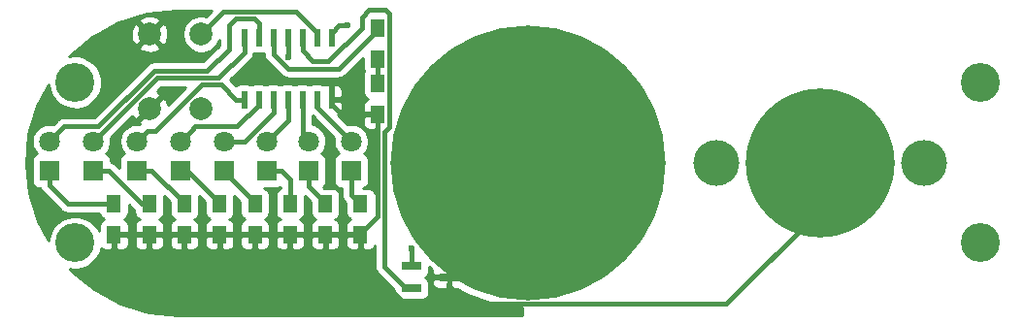
<source format=gbr>
G04 #@! TF.FileFunction,Copper,L1,Top,Signal*
%FSLAX46Y46*%
G04 Gerber Fmt 4.6, Leading zero omitted, Abs format (unit mm)*
G04 Created by KiCad (PCBNEW 4.0.7-e2-6376~58~ubuntu16.04.1) date Tue Dec 26 20:47:44 2017*
%MOMM*%
%LPD*%
G01*
G04 APERTURE LIST*
%ADD10C,0.100000*%
%ADD11C,24.000000*%
%ADD12C,3.400000*%
%ADD13R,1.800000X1.800000*%
%ADD14C,1.800000*%
%ADD15R,1.300000X1.500000*%
%ADD16C,2.000000*%
%ADD17R,0.600000X1.500000*%
%ADD18R,1.800000X0.800000*%
%ADD19C,13.000000*%
%ADD20C,4.000000*%
%ADD21C,0.600000*%
%ADD22C,0.400000*%
%ADD23C,0.254000*%
G04 APERTURE END LIST*
D10*
D11*
X144500000Y-114000000D03*
D12*
X184000000Y-107000000D03*
X105000000Y-107000000D03*
X184000000Y-121000000D03*
D13*
X129100000Y-114700000D03*
D14*
X129100000Y-112160000D03*
D13*
X125400000Y-114700000D03*
D14*
X125400000Y-112160000D03*
D13*
X121700000Y-114700000D03*
D14*
X121700000Y-112160000D03*
D13*
X118000000Y-114700000D03*
D14*
X118000000Y-112160000D03*
D13*
X114200000Y-114700000D03*
D14*
X114200000Y-112160000D03*
D13*
X110400000Y-114700000D03*
D14*
X110400000Y-112160000D03*
D13*
X106600000Y-114700000D03*
D14*
X106600000Y-112160000D03*
D13*
X102760000Y-114700000D03*
D14*
X102760000Y-112160000D03*
D15*
X131400000Y-105000000D03*
X131400000Y-102300000D03*
X129899996Y-117600000D03*
X129899996Y-120300000D03*
X126828568Y-117600000D03*
X126828568Y-120300000D03*
X123757140Y-117600000D03*
X123757140Y-120300000D03*
X120685712Y-117600000D03*
X120685712Y-120300000D03*
X117614284Y-117600000D03*
X117614284Y-120300000D03*
X114542856Y-117600000D03*
X114542856Y-120300000D03*
X111471428Y-117600000D03*
X111471428Y-120300000D03*
X108400000Y-117600000D03*
X108400000Y-120300000D03*
X131400000Y-107100000D03*
X131400000Y-109800000D03*
D16*
X111500000Y-102800000D03*
X116000000Y-102800000D03*
X111500000Y-109300000D03*
X116000000Y-109300000D03*
D17*
X127390000Y-103100000D03*
X126120000Y-103100000D03*
X124850000Y-103100000D03*
X123580000Y-103100000D03*
X122310000Y-103100000D03*
X121040000Y-103100000D03*
X119770000Y-103100000D03*
X119770000Y-108500000D03*
X121040000Y-108500000D03*
X122310000Y-108500000D03*
X123580000Y-108500000D03*
X124850000Y-108500000D03*
X126120000Y-108500000D03*
X127390000Y-108500000D03*
D18*
X134350000Y-123050000D03*
X134350000Y-124950000D03*
X137650000Y-124000000D03*
D12*
X105000000Y-121000000D03*
D19*
X170000000Y-114000000D03*
D20*
X160900000Y-114000000D03*
X179100000Y-114000000D03*
D21*
X108712000Y-124079000D03*
X130100000Y-122720002D03*
X127400000Y-107150000D03*
X134350000Y-121500000D03*
X128750000Y-102000000D03*
X123580000Y-104780000D03*
D22*
X139200000Y-126350000D02*
X161813000Y-126350000D01*
X161813000Y-126350000D02*
X170000000Y-118163000D01*
X170000000Y-118163000D02*
X170000000Y-114000000D01*
X130100000Y-122720002D02*
X110070998Y-122720002D01*
X110070998Y-122720002D02*
X108712000Y-124079000D01*
X131400000Y-109800000D02*
X131400000Y-118699996D01*
X131400000Y-118699996D02*
X129899996Y-120200000D01*
X129899996Y-120200000D02*
X129899996Y-120300000D01*
X130100000Y-122720002D02*
X133729998Y-126350000D01*
X129899996Y-122519998D02*
X130100000Y-122720002D01*
X129899996Y-120300000D02*
X129899996Y-122519998D01*
X133729998Y-126350000D02*
X139200000Y-126350000D01*
X137650000Y-124000000D02*
X137650000Y-124800000D01*
X137650000Y-124800000D02*
X139200000Y-126350000D01*
X131400000Y-109800000D02*
X128240000Y-109800000D01*
X128240000Y-109800000D02*
X127390000Y-108950000D01*
X127390000Y-108950000D02*
X127390000Y-108500000D01*
X127390000Y-108500000D02*
X127390000Y-107160000D01*
X127390000Y-107160000D02*
X127400000Y-107150000D01*
X131400000Y-109700000D02*
X131400000Y-109800000D01*
X137150000Y-124000000D02*
X137650000Y-124000000D01*
X126828568Y-120300000D02*
X129899996Y-120300000D01*
X123757140Y-120300000D02*
X126828568Y-120300000D01*
X120685712Y-120300000D02*
X123757140Y-120300000D01*
X117614284Y-120300000D02*
X120685712Y-120300000D01*
X114542856Y-120300000D02*
X117614284Y-120300000D01*
X111471428Y-120300000D02*
X114542856Y-120300000D01*
X108400000Y-120300000D02*
X111471428Y-120300000D01*
X134350000Y-121500000D02*
X134350000Y-123050000D01*
X128040000Y-102000000D02*
X128750000Y-102000000D01*
X127390000Y-103100000D02*
X127390000Y-102650000D01*
X127390000Y-102650000D02*
X128040000Y-102000000D01*
X123580000Y-108500000D02*
X123580000Y-110280000D01*
X123580000Y-110280000D02*
X121700000Y-112160000D01*
X122310000Y-108500000D02*
X122310000Y-109625998D01*
X122310000Y-109625998D02*
X119775998Y-112160000D01*
X119775998Y-112160000D02*
X119272792Y-112160000D01*
X119272792Y-112160000D02*
X118000000Y-112160000D01*
X124850000Y-108500000D02*
X124850000Y-111610000D01*
X124850000Y-111610000D02*
X125400000Y-112160000D01*
X124860000Y-111620000D02*
X125400000Y-112160000D01*
X123580000Y-103100000D02*
X123580000Y-104780000D01*
X129100000Y-114700000D02*
X129100000Y-116800004D01*
X129100000Y-116800004D02*
X129899996Y-117600000D01*
X126120000Y-108500000D02*
X126120000Y-109180000D01*
X126120000Y-109180000D02*
X126130000Y-109190000D01*
X126130000Y-109190000D02*
X129100000Y-112160000D01*
X125400000Y-114700000D02*
X125400000Y-116071432D01*
X125400000Y-116071432D02*
X126828568Y-117500000D01*
X126828568Y-117500000D02*
X126828568Y-117600000D01*
X121700000Y-114700000D02*
X123000000Y-114700000D01*
X123000000Y-114700000D02*
X123757140Y-115457140D01*
X123757140Y-115457140D02*
X123757140Y-116450000D01*
X123757140Y-116450000D02*
X123757140Y-117600000D01*
X118000000Y-114900000D02*
X118085712Y-114900000D01*
X118085712Y-114900000D02*
X120685712Y-117500000D01*
X120685712Y-117500000D02*
X120685712Y-117600000D01*
X118000000Y-114700000D02*
X118000000Y-114900000D01*
X114200000Y-114700000D02*
X114814284Y-114700000D01*
X114814284Y-114700000D02*
X117614284Y-117500000D01*
X117614284Y-117500000D02*
X117614284Y-117600000D01*
X121040000Y-108500000D02*
X121040000Y-108950000D01*
X121040000Y-108950000D02*
X119130001Y-110859999D01*
X119130001Y-110859999D02*
X115500001Y-110859999D01*
X115500001Y-110859999D02*
X115099999Y-111260001D01*
X115099999Y-111260001D02*
X114200000Y-112160000D01*
X110400000Y-114700000D02*
X111700000Y-114700000D01*
X111700000Y-114700000D02*
X114542856Y-117542856D01*
X114542856Y-117542856D02*
X114542856Y-117600000D01*
X119770000Y-108500000D02*
X119070000Y-108500000D01*
X119070000Y-108500000D02*
X117770000Y-107200000D01*
X117770000Y-107200000D02*
X116027998Y-107200000D01*
X116027998Y-107200000D02*
X111967997Y-111260001D01*
X111967997Y-111260001D02*
X111299999Y-111260001D01*
X111299999Y-111260001D02*
X110400000Y-112160000D01*
X106600000Y-114700000D02*
X107900000Y-114700000D01*
X107900000Y-114700000D02*
X110800000Y-117600000D01*
X110800000Y-117600000D02*
X111471428Y-117600000D01*
X106600000Y-112160000D02*
X112160010Y-106599990D01*
X112160010Y-106599990D02*
X117550010Y-106599990D01*
X117550010Y-106599990D02*
X119770000Y-104380000D01*
X119770000Y-104380000D02*
X119770000Y-103100000D01*
X102760000Y-114700000D02*
X102760000Y-116000000D01*
X102760000Y-116000000D02*
X104360000Y-117600000D01*
X104360000Y-117600000D02*
X107350000Y-117600000D01*
X107350000Y-117600000D02*
X108400000Y-117600000D01*
X102760000Y-112160000D02*
X104060001Y-110859999D01*
X111911477Y-105999981D02*
X116500020Y-105999980D01*
X120650000Y-101450000D02*
X121040000Y-101840000D01*
X104060001Y-110859999D02*
X107051459Y-110859999D01*
X107051459Y-110859999D02*
X111911477Y-105999981D01*
X116500020Y-105999980D02*
X118400000Y-104100000D01*
X119000000Y-101450000D02*
X120650000Y-101450000D01*
X118400000Y-104100000D02*
X118400000Y-102050000D01*
X118400000Y-102050000D02*
X119000000Y-101450000D01*
X121040000Y-101840000D02*
X121040000Y-103100000D01*
X121040000Y-102650000D02*
X121040000Y-103100000D01*
X131400000Y-105000000D02*
X131400000Y-107100000D01*
X131400000Y-102400000D02*
X128000000Y-105800000D01*
X131400000Y-102300000D02*
X131400000Y-102400000D01*
X128000000Y-105800000D02*
X123563998Y-105800000D01*
X123563998Y-105800000D02*
X122310000Y-104546002D01*
X122310000Y-104546002D02*
X122310000Y-104250000D01*
X122310000Y-104250000D02*
X122310000Y-103100000D01*
X122310000Y-103100000D02*
X122310000Y-103550000D01*
X116000000Y-102800000D02*
X117950010Y-100849990D01*
X124319990Y-100849990D02*
X126120000Y-102650000D01*
X117950010Y-100849990D02*
X124319990Y-100849990D01*
X126120000Y-102650000D02*
X126120000Y-103100000D01*
X130650000Y-100650000D02*
X132100000Y-100650000D01*
X134350000Y-124950000D02*
X133850000Y-124950000D01*
X133850000Y-124950000D02*
X132000010Y-123100010D01*
X132000010Y-123100010D02*
X132000010Y-111350000D01*
X132000010Y-111350000D02*
X132450001Y-110900009D01*
X132450001Y-110900009D02*
X132450001Y-101000001D01*
X132450001Y-101000001D02*
X132100000Y-100650000D01*
X127110002Y-105150000D02*
X130000000Y-102260002D01*
X130000000Y-102260002D02*
X130000000Y-101300000D01*
X124850000Y-103100000D02*
X124850000Y-104250000D01*
X124850000Y-104250000D02*
X125750000Y-105150000D01*
X125750000Y-105150000D02*
X127110002Y-105150000D01*
X130000000Y-101300000D02*
X130650000Y-100650000D01*
D23*
G36*
X127598741Y-111839609D02*
X127567186Y-111988067D01*
X127562983Y-112289067D01*
X127617324Y-112585150D01*
X127728140Y-112865040D01*
X127891210Y-113118075D01*
X127977611Y-113207546D01*
X127927366Y-113223106D01*
X127777441Y-113321900D01*
X127660975Y-113458550D01*
X127587190Y-113622237D01*
X127561928Y-113800000D01*
X127561928Y-115600000D01*
X127569992Y-115701121D01*
X127623106Y-115872634D01*
X127721900Y-116022559D01*
X127858550Y-116139025D01*
X128022237Y-116212810D01*
X128200000Y-116238072D01*
X128265000Y-116238072D01*
X128265000Y-116800004D01*
X128272525Y-116876751D01*
X128279249Y-116953604D01*
X128280473Y-116957818D01*
X128280902Y-116962190D01*
X128303212Y-117036085D01*
X128324715Y-117110096D01*
X128326734Y-117113990D01*
X128328004Y-117118198D01*
X128364223Y-117186315D01*
X128399710Y-117254778D01*
X128402451Y-117258211D01*
X128404511Y-117262086D01*
X128453269Y-117321870D01*
X128501380Y-117382137D01*
X128507400Y-117388242D01*
X128507508Y-117388374D01*
X128507631Y-117388475D01*
X128509566Y-117390438D01*
X128611924Y-117492796D01*
X128611924Y-118350000D01*
X128619988Y-118451121D01*
X128673102Y-118622634D01*
X128771896Y-118772559D01*
X128908546Y-118889025D01*
X129041600Y-118949002D01*
X128949211Y-118987270D01*
X128845207Y-119056763D01*
X128756759Y-119145211D01*
X128687266Y-119249215D01*
X128639399Y-119364777D01*
X128614996Y-119487458D01*
X128614996Y-120014250D01*
X128773746Y-120173000D01*
X129772996Y-120173000D01*
X129772996Y-120153000D01*
X130026996Y-120153000D01*
X130026996Y-120173000D01*
X130046996Y-120173000D01*
X130046996Y-120427000D01*
X130026996Y-120427000D01*
X130026996Y-121526250D01*
X130185746Y-121685000D01*
X130612538Y-121685000D01*
X130735219Y-121660597D01*
X130850781Y-121612730D01*
X130954785Y-121543237D01*
X131043233Y-121454789D01*
X131112726Y-121350785D01*
X131160593Y-121235223D01*
X131165010Y-121213017D01*
X131165010Y-123100010D01*
X131172535Y-123176757D01*
X131179259Y-123253610D01*
X131180483Y-123257824D01*
X131180912Y-123262196D01*
X131203222Y-123336091D01*
X131224725Y-123410102D01*
X131226744Y-123413996D01*
X131228014Y-123418204D01*
X131264233Y-123486321D01*
X131299720Y-123554784D01*
X131302461Y-123558217D01*
X131304521Y-123562092D01*
X131353279Y-123621876D01*
X131401390Y-123682143D01*
X131407410Y-123688248D01*
X131407518Y-123688380D01*
X131407641Y-123688481D01*
X131409576Y-123690444D01*
X132811928Y-125092796D01*
X132811928Y-125350000D01*
X132819992Y-125451121D01*
X132873106Y-125622634D01*
X132971900Y-125772559D01*
X133108550Y-125889025D01*
X133272237Y-125962810D01*
X133450000Y-125988072D01*
X135250000Y-125988072D01*
X135351121Y-125980008D01*
X135522634Y-125926894D01*
X135672559Y-125828100D01*
X135789025Y-125691450D01*
X135862810Y-125527763D01*
X135888072Y-125350000D01*
X135888072Y-124550000D01*
X135880008Y-124448879D01*
X135826894Y-124277366D01*
X135728100Y-124127441D01*
X135591450Y-124010975D01*
X135564932Y-123999021D01*
X135672559Y-123928100D01*
X135789025Y-123791450D01*
X135862810Y-123627763D01*
X135888072Y-123450000D01*
X135888072Y-123114866D01*
X136154992Y-123377142D01*
X136139403Y-123414777D01*
X136115000Y-123537458D01*
X136115000Y-123714250D01*
X136273750Y-123873000D01*
X136659628Y-123873000D01*
X136918124Y-124127000D01*
X136273750Y-124127000D01*
X136115000Y-124285750D01*
X136115000Y-124462542D01*
X136139403Y-124585223D01*
X136187270Y-124700785D01*
X136256763Y-124804789D01*
X136345211Y-124893237D01*
X136449215Y-124962730D01*
X136564777Y-125010597D01*
X136687458Y-125035000D01*
X137364250Y-125035000D01*
X137523000Y-124876250D01*
X137523000Y-124564590D01*
X137777000Y-124710069D01*
X137777000Y-124876250D01*
X137935750Y-125035000D01*
X138344320Y-125035000D01*
X139300239Y-125582501D01*
X141659785Y-126374369D01*
X144020194Y-126676823D01*
X144030901Y-127290000D01*
X114034720Y-127290000D01*
X111419290Y-127033555D01*
X108936873Y-126284068D01*
X106647311Y-125066687D01*
X104637811Y-123427778D01*
X104519969Y-123285332D01*
X104722189Y-123329793D01*
X105180006Y-123339383D01*
X105630966Y-123259866D01*
X106057893Y-123094272D01*
X106444525Y-122848908D01*
X106776136Y-122533119D01*
X107040094Y-122158935D01*
X107226346Y-121740607D01*
X107284892Y-121482918D01*
X107345211Y-121543237D01*
X107449215Y-121612730D01*
X107564777Y-121660597D01*
X107687458Y-121685000D01*
X108114250Y-121685000D01*
X108273000Y-121526250D01*
X108273000Y-120427000D01*
X108527000Y-120427000D01*
X108527000Y-121526250D01*
X108685750Y-121685000D01*
X109112542Y-121685000D01*
X109235223Y-121660597D01*
X109350785Y-121612730D01*
X109454789Y-121543237D01*
X109543237Y-121454789D01*
X109612730Y-121350785D01*
X109660597Y-121235223D01*
X109685000Y-121112542D01*
X109685000Y-120585750D01*
X110186428Y-120585750D01*
X110186428Y-121112542D01*
X110210831Y-121235223D01*
X110258698Y-121350785D01*
X110328191Y-121454789D01*
X110416639Y-121543237D01*
X110520643Y-121612730D01*
X110636205Y-121660597D01*
X110758886Y-121685000D01*
X111185678Y-121685000D01*
X111344428Y-121526250D01*
X111344428Y-120427000D01*
X111598428Y-120427000D01*
X111598428Y-121526250D01*
X111757178Y-121685000D01*
X112183970Y-121685000D01*
X112306651Y-121660597D01*
X112422213Y-121612730D01*
X112526217Y-121543237D01*
X112614665Y-121454789D01*
X112684158Y-121350785D01*
X112732025Y-121235223D01*
X112756428Y-121112542D01*
X112756428Y-120585750D01*
X113257856Y-120585750D01*
X113257856Y-121112542D01*
X113282259Y-121235223D01*
X113330126Y-121350785D01*
X113399619Y-121454789D01*
X113488067Y-121543237D01*
X113592071Y-121612730D01*
X113707633Y-121660597D01*
X113830314Y-121685000D01*
X114257106Y-121685000D01*
X114415856Y-121526250D01*
X114415856Y-120427000D01*
X114669856Y-120427000D01*
X114669856Y-121526250D01*
X114828606Y-121685000D01*
X115255398Y-121685000D01*
X115378079Y-121660597D01*
X115493641Y-121612730D01*
X115597645Y-121543237D01*
X115686093Y-121454789D01*
X115755586Y-121350785D01*
X115803453Y-121235223D01*
X115827856Y-121112542D01*
X115827856Y-120585750D01*
X116329284Y-120585750D01*
X116329284Y-121112542D01*
X116353687Y-121235223D01*
X116401554Y-121350785D01*
X116471047Y-121454789D01*
X116559495Y-121543237D01*
X116663499Y-121612730D01*
X116779061Y-121660597D01*
X116901742Y-121685000D01*
X117328534Y-121685000D01*
X117487284Y-121526250D01*
X117487284Y-120427000D01*
X117741284Y-120427000D01*
X117741284Y-121526250D01*
X117900034Y-121685000D01*
X118326826Y-121685000D01*
X118449507Y-121660597D01*
X118565069Y-121612730D01*
X118669073Y-121543237D01*
X118757521Y-121454789D01*
X118827014Y-121350785D01*
X118874881Y-121235223D01*
X118899284Y-121112542D01*
X118899284Y-120585750D01*
X119400712Y-120585750D01*
X119400712Y-121112542D01*
X119425115Y-121235223D01*
X119472982Y-121350785D01*
X119542475Y-121454789D01*
X119630923Y-121543237D01*
X119734927Y-121612730D01*
X119850489Y-121660597D01*
X119973170Y-121685000D01*
X120399962Y-121685000D01*
X120558712Y-121526250D01*
X120558712Y-120427000D01*
X120812712Y-120427000D01*
X120812712Y-121526250D01*
X120971462Y-121685000D01*
X121398254Y-121685000D01*
X121520935Y-121660597D01*
X121636497Y-121612730D01*
X121740501Y-121543237D01*
X121828949Y-121454789D01*
X121898442Y-121350785D01*
X121946309Y-121235223D01*
X121970712Y-121112542D01*
X121970712Y-120585750D01*
X122472140Y-120585750D01*
X122472140Y-121112542D01*
X122496543Y-121235223D01*
X122544410Y-121350785D01*
X122613903Y-121454789D01*
X122702351Y-121543237D01*
X122806355Y-121612730D01*
X122921917Y-121660597D01*
X123044598Y-121685000D01*
X123471390Y-121685000D01*
X123630140Y-121526250D01*
X123630140Y-120427000D01*
X123884140Y-120427000D01*
X123884140Y-121526250D01*
X124042890Y-121685000D01*
X124469682Y-121685000D01*
X124592363Y-121660597D01*
X124707925Y-121612730D01*
X124811929Y-121543237D01*
X124900377Y-121454789D01*
X124969870Y-121350785D01*
X125017737Y-121235223D01*
X125042140Y-121112542D01*
X125042140Y-120585750D01*
X125543568Y-120585750D01*
X125543568Y-121112542D01*
X125567971Y-121235223D01*
X125615838Y-121350785D01*
X125685331Y-121454789D01*
X125773779Y-121543237D01*
X125877783Y-121612730D01*
X125993345Y-121660597D01*
X126116026Y-121685000D01*
X126542818Y-121685000D01*
X126701568Y-121526250D01*
X126701568Y-120427000D01*
X126955568Y-120427000D01*
X126955568Y-121526250D01*
X127114318Y-121685000D01*
X127541110Y-121685000D01*
X127663791Y-121660597D01*
X127779353Y-121612730D01*
X127883357Y-121543237D01*
X127971805Y-121454789D01*
X128041298Y-121350785D01*
X128089165Y-121235223D01*
X128113568Y-121112542D01*
X128113568Y-120585750D01*
X128614996Y-120585750D01*
X128614996Y-121112542D01*
X128639399Y-121235223D01*
X128687266Y-121350785D01*
X128756759Y-121454789D01*
X128845207Y-121543237D01*
X128949211Y-121612730D01*
X129064773Y-121660597D01*
X129187454Y-121685000D01*
X129614246Y-121685000D01*
X129772996Y-121526250D01*
X129772996Y-120427000D01*
X128773746Y-120427000D01*
X128614996Y-120585750D01*
X128113568Y-120585750D01*
X127954818Y-120427000D01*
X126955568Y-120427000D01*
X126701568Y-120427000D01*
X125702318Y-120427000D01*
X125543568Y-120585750D01*
X125042140Y-120585750D01*
X124883390Y-120427000D01*
X123884140Y-120427000D01*
X123630140Y-120427000D01*
X122630890Y-120427000D01*
X122472140Y-120585750D01*
X121970712Y-120585750D01*
X121811962Y-120427000D01*
X120812712Y-120427000D01*
X120558712Y-120427000D01*
X119559462Y-120427000D01*
X119400712Y-120585750D01*
X118899284Y-120585750D01*
X118740534Y-120427000D01*
X117741284Y-120427000D01*
X117487284Y-120427000D01*
X116488034Y-120427000D01*
X116329284Y-120585750D01*
X115827856Y-120585750D01*
X115669106Y-120427000D01*
X114669856Y-120427000D01*
X114415856Y-120427000D01*
X113416606Y-120427000D01*
X113257856Y-120585750D01*
X112756428Y-120585750D01*
X112597678Y-120427000D01*
X111598428Y-120427000D01*
X111344428Y-120427000D01*
X110345178Y-120427000D01*
X110186428Y-120585750D01*
X109685000Y-120585750D01*
X109526250Y-120427000D01*
X108527000Y-120427000D01*
X108273000Y-120427000D01*
X108253000Y-120427000D01*
X108253000Y-120173000D01*
X108273000Y-120173000D01*
X108273000Y-120153000D01*
X108527000Y-120153000D01*
X108527000Y-120173000D01*
X109526250Y-120173000D01*
X109685000Y-120014250D01*
X109685000Y-119487458D01*
X109660597Y-119364777D01*
X109612730Y-119249215D01*
X109543237Y-119145211D01*
X109454789Y-119056763D01*
X109350785Y-118987270D01*
X109255337Y-118947734D01*
X109322634Y-118926894D01*
X109472559Y-118828100D01*
X109589025Y-118691450D01*
X109662810Y-118527763D01*
X109688072Y-118350000D01*
X109688072Y-117668940D01*
X110183356Y-118164224D01*
X110183356Y-118350000D01*
X110191420Y-118451121D01*
X110244534Y-118622634D01*
X110343328Y-118772559D01*
X110479978Y-118889025D01*
X110613032Y-118949002D01*
X110520643Y-118987270D01*
X110416639Y-119056763D01*
X110328191Y-119145211D01*
X110258698Y-119249215D01*
X110210831Y-119364777D01*
X110186428Y-119487458D01*
X110186428Y-120014250D01*
X110345178Y-120173000D01*
X111344428Y-120173000D01*
X111344428Y-120153000D01*
X111598428Y-120153000D01*
X111598428Y-120173000D01*
X112597678Y-120173000D01*
X112756428Y-120014250D01*
X112756428Y-119487458D01*
X112732025Y-119364777D01*
X112684158Y-119249215D01*
X112614665Y-119145211D01*
X112526217Y-119056763D01*
X112422213Y-118987270D01*
X112326765Y-118947734D01*
X112394062Y-118926894D01*
X112543987Y-118828100D01*
X112660453Y-118691450D01*
X112734238Y-118527763D01*
X112759500Y-118350000D01*
X112759500Y-116940369D01*
X113254784Y-117435653D01*
X113254784Y-118350000D01*
X113262848Y-118451121D01*
X113315962Y-118622634D01*
X113414756Y-118772559D01*
X113551406Y-118889025D01*
X113684460Y-118949002D01*
X113592071Y-118987270D01*
X113488067Y-119056763D01*
X113399619Y-119145211D01*
X113330126Y-119249215D01*
X113282259Y-119364777D01*
X113257856Y-119487458D01*
X113257856Y-120014250D01*
X113416606Y-120173000D01*
X114415856Y-120173000D01*
X114415856Y-120153000D01*
X114669856Y-120153000D01*
X114669856Y-120173000D01*
X115669106Y-120173000D01*
X115827856Y-120014250D01*
X115827856Y-119487458D01*
X115803453Y-119364777D01*
X115755586Y-119249215D01*
X115686093Y-119145211D01*
X115597645Y-119056763D01*
X115493641Y-118987270D01*
X115398193Y-118947734D01*
X115465490Y-118926894D01*
X115615415Y-118828100D01*
X115731881Y-118691450D01*
X115805666Y-118527763D01*
X115830928Y-118350000D01*
X115830928Y-116897512D01*
X116326212Y-117392796D01*
X116326212Y-118350000D01*
X116334276Y-118451121D01*
X116387390Y-118622634D01*
X116486184Y-118772559D01*
X116622834Y-118889025D01*
X116755888Y-118949002D01*
X116663499Y-118987270D01*
X116559495Y-119056763D01*
X116471047Y-119145211D01*
X116401554Y-119249215D01*
X116353687Y-119364777D01*
X116329284Y-119487458D01*
X116329284Y-120014250D01*
X116488034Y-120173000D01*
X117487284Y-120173000D01*
X117487284Y-120153000D01*
X117741284Y-120153000D01*
X117741284Y-120173000D01*
X118740534Y-120173000D01*
X118899284Y-120014250D01*
X118899284Y-119487458D01*
X118874881Y-119364777D01*
X118827014Y-119249215D01*
X118757521Y-119145211D01*
X118669073Y-119056763D01*
X118565069Y-118987270D01*
X118469621Y-118947734D01*
X118536918Y-118926894D01*
X118686843Y-118828100D01*
X118803309Y-118691450D01*
X118877094Y-118527763D01*
X118902356Y-118350000D01*
X118902356Y-116897512D01*
X119397640Y-117392796D01*
X119397640Y-118350000D01*
X119405704Y-118451121D01*
X119458818Y-118622634D01*
X119557612Y-118772559D01*
X119694262Y-118889025D01*
X119827316Y-118949002D01*
X119734927Y-118987270D01*
X119630923Y-119056763D01*
X119542475Y-119145211D01*
X119472982Y-119249215D01*
X119425115Y-119364777D01*
X119400712Y-119487458D01*
X119400712Y-120014250D01*
X119559462Y-120173000D01*
X120558712Y-120173000D01*
X120558712Y-120153000D01*
X120812712Y-120153000D01*
X120812712Y-120173000D01*
X121811962Y-120173000D01*
X121970712Y-120014250D01*
X121970712Y-119487458D01*
X121946309Y-119364777D01*
X121898442Y-119249215D01*
X121828949Y-119145211D01*
X121740501Y-119056763D01*
X121636497Y-118987270D01*
X121541049Y-118947734D01*
X121608346Y-118926894D01*
X121758271Y-118828100D01*
X121874737Y-118691450D01*
X121948522Y-118527763D01*
X121973784Y-118350000D01*
X121973784Y-116850000D01*
X121965720Y-116748879D01*
X121912606Y-116577366D01*
X121813812Y-116427441D01*
X121677162Y-116310975D01*
X121515432Y-116238072D01*
X122600000Y-116238072D01*
X122701121Y-116230008D01*
X122872634Y-116176894D01*
X122922140Y-116144272D01*
X122922140Y-116245968D01*
X122834506Y-116273106D01*
X122684581Y-116371900D01*
X122568115Y-116508550D01*
X122494330Y-116672237D01*
X122469068Y-116850000D01*
X122469068Y-118350000D01*
X122477132Y-118451121D01*
X122530246Y-118622634D01*
X122629040Y-118772559D01*
X122765690Y-118889025D01*
X122898744Y-118949002D01*
X122806355Y-118987270D01*
X122702351Y-119056763D01*
X122613903Y-119145211D01*
X122544410Y-119249215D01*
X122496543Y-119364777D01*
X122472140Y-119487458D01*
X122472140Y-120014250D01*
X122630890Y-120173000D01*
X123630140Y-120173000D01*
X123630140Y-120153000D01*
X123884140Y-120153000D01*
X123884140Y-120173000D01*
X124883390Y-120173000D01*
X125042140Y-120014250D01*
X125042140Y-119487458D01*
X125017737Y-119364777D01*
X124969870Y-119249215D01*
X124900377Y-119145211D01*
X124811929Y-119056763D01*
X124707925Y-118987270D01*
X124612477Y-118947734D01*
X124679774Y-118926894D01*
X124829699Y-118828100D01*
X124946165Y-118691450D01*
X125019950Y-118527763D01*
X125045212Y-118350000D01*
X125045212Y-116897512D01*
X125540496Y-117392796D01*
X125540496Y-118350000D01*
X125548560Y-118451121D01*
X125601674Y-118622634D01*
X125700468Y-118772559D01*
X125837118Y-118889025D01*
X125970172Y-118949002D01*
X125877783Y-118987270D01*
X125773779Y-119056763D01*
X125685331Y-119145211D01*
X125615838Y-119249215D01*
X125567971Y-119364777D01*
X125543568Y-119487458D01*
X125543568Y-120014250D01*
X125702318Y-120173000D01*
X126701568Y-120173000D01*
X126701568Y-120153000D01*
X126955568Y-120153000D01*
X126955568Y-120173000D01*
X127954818Y-120173000D01*
X128113568Y-120014250D01*
X128113568Y-119487458D01*
X128089165Y-119364777D01*
X128041298Y-119249215D01*
X127971805Y-119145211D01*
X127883357Y-119056763D01*
X127779353Y-118987270D01*
X127683905Y-118947734D01*
X127751202Y-118926894D01*
X127901127Y-118828100D01*
X128017593Y-118691450D01*
X128091378Y-118527763D01*
X128116640Y-118350000D01*
X128116640Y-116850000D01*
X128108576Y-116748879D01*
X128055462Y-116577366D01*
X127956668Y-116427441D01*
X127820018Y-116310975D01*
X127656331Y-116237190D01*
X127478568Y-116211928D01*
X126721364Y-116211928D01*
X126641169Y-116131733D01*
X126722559Y-116078100D01*
X126839025Y-115941450D01*
X126912810Y-115777763D01*
X126938072Y-115600000D01*
X126938072Y-113800000D01*
X126930008Y-113698879D01*
X126876894Y-113527366D01*
X126778100Y-113377441D01*
X126641450Y-113260975D01*
X126524963Y-113208466D01*
X126567610Y-113167854D01*
X126741132Y-112921869D01*
X126863572Y-112646866D01*
X126930265Y-112353317D01*
X126935066Y-112009486D01*
X126876595Y-111714190D01*
X126761882Y-111435874D01*
X126595295Y-111185141D01*
X126383180Y-110971540D01*
X126133616Y-110803206D01*
X125856108Y-110686553D01*
X125685000Y-110651430D01*
X125685000Y-109925868D01*
X127598741Y-111839609D01*
X127598741Y-111839609D01*
G37*
X127598741Y-111839609D02*
X127567186Y-111988067D01*
X127562983Y-112289067D01*
X127617324Y-112585150D01*
X127728140Y-112865040D01*
X127891210Y-113118075D01*
X127977611Y-113207546D01*
X127927366Y-113223106D01*
X127777441Y-113321900D01*
X127660975Y-113458550D01*
X127587190Y-113622237D01*
X127561928Y-113800000D01*
X127561928Y-115600000D01*
X127569992Y-115701121D01*
X127623106Y-115872634D01*
X127721900Y-116022559D01*
X127858550Y-116139025D01*
X128022237Y-116212810D01*
X128200000Y-116238072D01*
X128265000Y-116238072D01*
X128265000Y-116800004D01*
X128272525Y-116876751D01*
X128279249Y-116953604D01*
X128280473Y-116957818D01*
X128280902Y-116962190D01*
X128303212Y-117036085D01*
X128324715Y-117110096D01*
X128326734Y-117113990D01*
X128328004Y-117118198D01*
X128364223Y-117186315D01*
X128399710Y-117254778D01*
X128402451Y-117258211D01*
X128404511Y-117262086D01*
X128453269Y-117321870D01*
X128501380Y-117382137D01*
X128507400Y-117388242D01*
X128507508Y-117388374D01*
X128507631Y-117388475D01*
X128509566Y-117390438D01*
X128611924Y-117492796D01*
X128611924Y-118350000D01*
X128619988Y-118451121D01*
X128673102Y-118622634D01*
X128771896Y-118772559D01*
X128908546Y-118889025D01*
X129041600Y-118949002D01*
X128949211Y-118987270D01*
X128845207Y-119056763D01*
X128756759Y-119145211D01*
X128687266Y-119249215D01*
X128639399Y-119364777D01*
X128614996Y-119487458D01*
X128614996Y-120014250D01*
X128773746Y-120173000D01*
X129772996Y-120173000D01*
X129772996Y-120153000D01*
X130026996Y-120153000D01*
X130026996Y-120173000D01*
X130046996Y-120173000D01*
X130046996Y-120427000D01*
X130026996Y-120427000D01*
X130026996Y-121526250D01*
X130185746Y-121685000D01*
X130612538Y-121685000D01*
X130735219Y-121660597D01*
X130850781Y-121612730D01*
X130954785Y-121543237D01*
X131043233Y-121454789D01*
X131112726Y-121350785D01*
X131160593Y-121235223D01*
X131165010Y-121213017D01*
X131165010Y-123100010D01*
X131172535Y-123176757D01*
X131179259Y-123253610D01*
X131180483Y-123257824D01*
X131180912Y-123262196D01*
X131203222Y-123336091D01*
X131224725Y-123410102D01*
X131226744Y-123413996D01*
X131228014Y-123418204D01*
X131264233Y-123486321D01*
X131299720Y-123554784D01*
X131302461Y-123558217D01*
X131304521Y-123562092D01*
X131353279Y-123621876D01*
X131401390Y-123682143D01*
X131407410Y-123688248D01*
X131407518Y-123688380D01*
X131407641Y-123688481D01*
X131409576Y-123690444D01*
X132811928Y-125092796D01*
X132811928Y-125350000D01*
X132819992Y-125451121D01*
X132873106Y-125622634D01*
X132971900Y-125772559D01*
X133108550Y-125889025D01*
X133272237Y-125962810D01*
X133450000Y-125988072D01*
X135250000Y-125988072D01*
X135351121Y-125980008D01*
X135522634Y-125926894D01*
X135672559Y-125828100D01*
X135789025Y-125691450D01*
X135862810Y-125527763D01*
X135888072Y-125350000D01*
X135888072Y-124550000D01*
X135880008Y-124448879D01*
X135826894Y-124277366D01*
X135728100Y-124127441D01*
X135591450Y-124010975D01*
X135564932Y-123999021D01*
X135672559Y-123928100D01*
X135789025Y-123791450D01*
X135862810Y-123627763D01*
X135888072Y-123450000D01*
X135888072Y-123114866D01*
X136154992Y-123377142D01*
X136139403Y-123414777D01*
X136115000Y-123537458D01*
X136115000Y-123714250D01*
X136273750Y-123873000D01*
X136659628Y-123873000D01*
X136918124Y-124127000D01*
X136273750Y-124127000D01*
X136115000Y-124285750D01*
X136115000Y-124462542D01*
X136139403Y-124585223D01*
X136187270Y-124700785D01*
X136256763Y-124804789D01*
X136345211Y-124893237D01*
X136449215Y-124962730D01*
X136564777Y-125010597D01*
X136687458Y-125035000D01*
X137364250Y-125035000D01*
X137523000Y-124876250D01*
X137523000Y-124564590D01*
X137777000Y-124710069D01*
X137777000Y-124876250D01*
X137935750Y-125035000D01*
X138344320Y-125035000D01*
X139300239Y-125582501D01*
X141659785Y-126374369D01*
X144020194Y-126676823D01*
X144030901Y-127290000D01*
X114034720Y-127290000D01*
X111419290Y-127033555D01*
X108936873Y-126284068D01*
X106647311Y-125066687D01*
X104637811Y-123427778D01*
X104519969Y-123285332D01*
X104722189Y-123329793D01*
X105180006Y-123339383D01*
X105630966Y-123259866D01*
X106057893Y-123094272D01*
X106444525Y-122848908D01*
X106776136Y-122533119D01*
X107040094Y-122158935D01*
X107226346Y-121740607D01*
X107284892Y-121482918D01*
X107345211Y-121543237D01*
X107449215Y-121612730D01*
X107564777Y-121660597D01*
X107687458Y-121685000D01*
X108114250Y-121685000D01*
X108273000Y-121526250D01*
X108273000Y-120427000D01*
X108527000Y-120427000D01*
X108527000Y-121526250D01*
X108685750Y-121685000D01*
X109112542Y-121685000D01*
X109235223Y-121660597D01*
X109350785Y-121612730D01*
X109454789Y-121543237D01*
X109543237Y-121454789D01*
X109612730Y-121350785D01*
X109660597Y-121235223D01*
X109685000Y-121112542D01*
X109685000Y-120585750D01*
X110186428Y-120585750D01*
X110186428Y-121112542D01*
X110210831Y-121235223D01*
X110258698Y-121350785D01*
X110328191Y-121454789D01*
X110416639Y-121543237D01*
X110520643Y-121612730D01*
X110636205Y-121660597D01*
X110758886Y-121685000D01*
X111185678Y-121685000D01*
X111344428Y-121526250D01*
X111344428Y-120427000D01*
X111598428Y-120427000D01*
X111598428Y-121526250D01*
X111757178Y-121685000D01*
X112183970Y-121685000D01*
X112306651Y-121660597D01*
X112422213Y-121612730D01*
X112526217Y-121543237D01*
X112614665Y-121454789D01*
X112684158Y-121350785D01*
X112732025Y-121235223D01*
X112756428Y-121112542D01*
X112756428Y-120585750D01*
X113257856Y-120585750D01*
X113257856Y-121112542D01*
X113282259Y-121235223D01*
X113330126Y-121350785D01*
X113399619Y-121454789D01*
X113488067Y-121543237D01*
X113592071Y-121612730D01*
X113707633Y-121660597D01*
X113830314Y-121685000D01*
X114257106Y-121685000D01*
X114415856Y-121526250D01*
X114415856Y-120427000D01*
X114669856Y-120427000D01*
X114669856Y-121526250D01*
X114828606Y-121685000D01*
X115255398Y-121685000D01*
X115378079Y-121660597D01*
X115493641Y-121612730D01*
X115597645Y-121543237D01*
X115686093Y-121454789D01*
X115755586Y-121350785D01*
X115803453Y-121235223D01*
X115827856Y-121112542D01*
X115827856Y-120585750D01*
X116329284Y-120585750D01*
X116329284Y-121112542D01*
X116353687Y-121235223D01*
X116401554Y-121350785D01*
X116471047Y-121454789D01*
X116559495Y-121543237D01*
X116663499Y-121612730D01*
X116779061Y-121660597D01*
X116901742Y-121685000D01*
X117328534Y-121685000D01*
X117487284Y-121526250D01*
X117487284Y-120427000D01*
X117741284Y-120427000D01*
X117741284Y-121526250D01*
X117900034Y-121685000D01*
X118326826Y-121685000D01*
X118449507Y-121660597D01*
X118565069Y-121612730D01*
X118669073Y-121543237D01*
X118757521Y-121454789D01*
X118827014Y-121350785D01*
X118874881Y-121235223D01*
X118899284Y-121112542D01*
X118899284Y-120585750D01*
X119400712Y-120585750D01*
X119400712Y-121112542D01*
X119425115Y-121235223D01*
X119472982Y-121350785D01*
X119542475Y-121454789D01*
X119630923Y-121543237D01*
X119734927Y-121612730D01*
X119850489Y-121660597D01*
X119973170Y-121685000D01*
X120399962Y-121685000D01*
X120558712Y-121526250D01*
X120558712Y-120427000D01*
X120812712Y-120427000D01*
X120812712Y-121526250D01*
X120971462Y-121685000D01*
X121398254Y-121685000D01*
X121520935Y-121660597D01*
X121636497Y-121612730D01*
X121740501Y-121543237D01*
X121828949Y-121454789D01*
X121898442Y-121350785D01*
X121946309Y-121235223D01*
X121970712Y-121112542D01*
X121970712Y-120585750D01*
X122472140Y-120585750D01*
X122472140Y-121112542D01*
X122496543Y-121235223D01*
X122544410Y-121350785D01*
X122613903Y-121454789D01*
X122702351Y-121543237D01*
X122806355Y-121612730D01*
X122921917Y-121660597D01*
X123044598Y-121685000D01*
X123471390Y-121685000D01*
X123630140Y-121526250D01*
X123630140Y-120427000D01*
X123884140Y-120427000D01*
X123884140Y-121526250D01*
X124042890Y-121685000D01*
X124469682Y-121685000D01*
X124592363Y-121660597D01*
X124707925Y-121612730D01*
X124811929Y-121543237D01*
X124900377Y-121454789D01*
X124969870Y-121350785D01*
X125017737Y-121235223D01*
X125042140Y-121112542D01*
X125042140Y-120585750D01*
X125543568Y-120585750D01*
X125543568Y-121112542D01*
X125567971Y-121235223D01*
X125615838Y-121350785D01*
X125685331Y-121454789D01*
X125773779Y-121543237D01*
X125877783Y-121612730D01*
X125993345Y-121660597D01*
X126116026Y-121685000D01*
X126542818Y-121685000D01*
X126701568Y-121526250D01*
X126701568Y-120427000D01*
X126955568Y-120427000D01*
X126955568Y-121526250D01*
X127114318Y-121685000D01*
X127541110Y-121685000D01*
X127663791Y-121660597D01*
X127779353Y-121612730D01*
X127883357Y-121543237D01*
X127971805Y-121454789D01*
X128041298Y-121350785D01*
X128089165Y-121235223D01*
X128113568Y-121112542D01*
X128113568Y-120585750D01*
X128614996Y-120585750D01*
X128614996Y-121112542D01*
X128639399Y-121235223D01*
X128687266Y-121350785D01*
X128756759Y-121454789D01*
X128845207Y-121543237D01*
X128949211Y-121612730D01*
X129064773Y-121660597D01*
X129187454Y-121685000D01*
X129614246Y-121685000D01*
X129772996Y-121526250D01*
X129772996Y-120427000D01*
X128773746Y-120427000D01*
X128614996Y-120585750D01*
X128113568Y-120585750D01*
X127954818Y-120427000D01*
X126955568Y-120427000D01*
X126701568Y-120427000D01*
X125702318Y-120427000D01*
X125543568Y-120585750D01*
X125042140Y-120585750D01*
X124883390Y-120427000D01*
X123884140Y-120427000D01*
X123630140Y-120427000D01*
X122630890Y-120427000D01*
X122472140Y-120585750D01*
X121970712Y-120585750D01*
X121811962Y-120427000D01*
X120812712Y-120427000D01*
X120558712Y-120427000D01*
X119559462Y-120427000D01*
X119400712Y-120585750D01*
X118899284Y-120585750D01*
X118740534Y-120427000D01*
X117741284Y-120427000D01*
X117487284Y-120427000D01*
X116488034Y-120427000D01*
X116329284Y-120585750D01*
X115827856Y-120585750D01*
X115669106Y-120427000D01*
X114669856Y-120427000D01*
X114415856Y-120427000D01*
X113416606Y-120427000D01*
X113257856Y-120585750D01*
X112756428Y-120585750D01*
X112597678Y-120427000D01*
X111598428Y-120427000D01*
X111344428Y-120427000D01*
X110345178Y-120427000D01*
X110186428Y-120585750D01*
X109685000Y-120585750D01*
X109526250Y-120427000D01*
X108527000Y-120427000D01*
X108273000Y-120427000D01*
X108253000Y-120427000D01*
X108253000Y-120173000D01*
X108273000Y-120173000D01*
X108273000Y-120153000D01*
X108527000Y-120153000D01*
X108527000Y-120173000D01*
X109526250Y-120173000D01*
X109685000Y-120014250D01*
X109685000Y-119487458D01*
X109660597Y-119364777D01*
X109612730Y-119249215D01*
X109543237Y-119145211D01*
X109454789Y-119056763D01*
X109350785Y-118987270D01*
X109255337Y-118947734D01*
X109322634Y-118926894D01*
X109472559Y-118828100D01*
X109589025Y-118691450D01*
X109662810Y-118527763D01*
X109688072Y-118350000D01*
X109688072Y-117668940D01*
X110183356Y-118164224D01*
X110183356Y-118350000D01*
X110191420Y-118451121D01*
X110244534Y-118622634D01*
X110343328Y-118772559D01*
X110479978Y-118889025D01*
X110613032Y-118949002D01*
X110520643Y-118987270D01*
X110416639Y-119056763D01*
X110328191Y-119145211D01*
X110258698Y-119249215D01*
X110210831Y-119364777D01*
X110186428Y-119487458D01*
X110186428Y-120014250D01*
X110345178Y-120173000D01*
X111344428Y-120173000D01*
X111344428Y-120153000D01*
X111598428Y-120153000D01*
X111598428Y-120173000D01*
X112597678Y-120173000D01*
X112756428Y-120014250D01*
X112756428Y-119487458D01*
X112732025Y-119364777D01*
X112684158Y-119249215D01*
X112614665Y-119145211D01*
X112526217Y-119056763D01*
X112422213Y-118987270D01*
X112326765Y-118947734D01*
X112394062Y-118926894D01*
X112543987Y-118828100D01*
X112660453Y-118691450D01*
X112734238Y-118527763D01*
X112759500Y-118350000D01*
X112759500Y-116940369D01*
X113254784Y-117435653D01*
X113254784Y-118350000D01*
X113262848Y-118451121D01*
X113315962Y-118622634D01*
X113414756Y-118772559D01*
X113551406Y-118889025D01*
X113684460Y-118949002D01*
X113592071Y-118987270D01*
X113488067Y-119056763D01*
X113399619Y-119145211D01*
X113330126Y-119249215D01*
X113282259Y-119364777D01*
X113257856Y-119487458D01*
X113257856Y-120014250D01*
X113416606Y-120173000D01*
X114415856Y-120173000D01*
X114415856Y-120153000D01*
X114669856Y-120153000D01*
X114669856Y-120173000D01*
X115669106Y-120173000D01*
X115827856Y-120014250D01*
X115827856Y-119487458D01*
X115803453Y-119364777D01*
X115755586Y-119249215D01*
X115686093Y-119145211D01*
X115597645Y-119056763D01*
X115493641Y-118987270D01*
X115398193Y-118947734D01*
X115465490Y-118926894D01*
X115615415Y-118828100D01*
X115731881Y-118691450D01*
X115805666Y-118527763D01*
X115830928Y-118350000D01*
X115830928Y-116897512D01*
X116326212Y-117392796D01*
X116326212Y-118350000D01*
X116334276Y-118451121D01*
X116387390Y-118622634D01*
X116486184Y-118772559D01*
X116622834Y-118889025D01*
X116755888Y-118949002D01*
X116663499Y-118987270D01*
X116559495Y-119056763D01*
X116471047Y-119145211D01*
X116401554Y-119249215D01*
X116353687Y-119364777D01*
X116329284Y-119487458D01*
X116329284Y-120014250D01*
X116488034Y-120173000D01*
X117487284Y-120173000D01*
X117487284Y-120153000D01*
X117741284Y-120153000D01*
X117741284Y-120173000D01*
X118740534Y-120173000D01*
X118899284Y-120014250D01*
X118899284Y-119487458D01*
X118874881Y-119364777D01*
X118827014Y-119249215D01*
X118757521Y-119145211D01*
X118669073Y-119056763D01*
X118565069Y-118987270D01*
X118469621Y-118947734D01*
X118536918Y-118926894D01*
X118686843Y-118828100D01*
X118803309Y-118691450D01*
X118877094Y-118527763D01*
X118902356Y-118350000D01*
X118902356Y-116897512D01*
X119397640Y-117392796D01*
X119397640Y-118350000D01*
X119405704Y-118451121D01*
X119458818Y-118622634D01*
X119557612Y-118772559D01*
X119694262Y-118889025D01*
X119827316Y-118949002D01*
X119734927Y-118987270D01*
X119630923Y-119056763D01*
X119542475Y-119145211D01*
X119472982Y-119249215D01*
X119425115Y-119364777D01*
X119400712Y-119487458D01*
X119400712Y-120014250D01*
X119559462Y-120173000D01*
X120558712Y-120173000D01*
X120558712Y-120153000D01*
X120812712Y-120153000D01*
X120812712Y-120173000D01*
X121811962Y-120173000D01*
X121970712Y-120014250D01*
X121970712Y-119487458D01*
X121946309Y-119364777D01*
X121898442Y-119249215D01*
X121828949Y-119145211D01*
X121740501Y-119056763D01*
X121636497Y-118987270D01*
X121541049Y-118947734D01*
X121608346Y-118926894D01*
X121758271Y-118828100D01*
X121874737Y-118691450D01*
X121948522Y-118527763D01*
X121973784Y-118350000D01*
X121973784Y-116850000D01*
X121965720Y-116748879D01*
X121912606Y-116577366D01*
X121813812Y-116427441D01*
X121677162Y-116310975D01*
X121515432Y-116238072D01*
X122600000Y-116238072D01*
X122701121Y-116230008D01*
X122872634Y-116176894D01*
X122922140Y-116144272D01*
X122922140Y-116245968D01*
X122834506Y-116273106D01*
X122684581Y-116371900D01*
X122568115Y-116508550D01*
X122494330Y-116672237D01*
X122469068Y-116850000D01*
X122469068Y-118350000D01*
X122477132Y-118451121D01*
X122530246Y-118622634D01*
X122629040Y-118772559D01*
X122765690Y-118889025D01*
X122898744Y-118949002D01*
X122806355Y-118987270D01*
X122702351Y-119056763D01*
X122613903Y-119145211D01*
X122544410Y-119249215D01*
X122496543Y-119364777D01*
X122472140Y-119487458D01*
X122472140Y-120014250D01*
X122630890Y-120173000D01*
X123630140Y-120173000D01*
X123630140Y-120153000D01*
X123884140Y-120153000D01*
X123884140Y-120173000D01*
X124883390Y-120173000D01*
X125042140Y-120014250D01*
X125042140Y-119487458D01*
X125017737Y-119364777D01*
X124969870Y-119249215D01*
X124900377Y-119145211D01*
X124811929Y-119056763D01*
X124707925Y-118987270D01*
X124612477Y-118947734D01*
X124679774Y-118926894D01*
X124829699Y-118828100D01*
X124946165Y-118691450D01*
X125019950Y-118527763D01*
X125045212Y-118350000D01*
X125045212Y-116897512D01*
X125540496Y-117392796D01*
X125540496Y-118350000D01*
X125548560Y-118451121D01*
X125601674Y-118622634D01*
X125700468Y-118772559D01*
X125837118Y-118889025D01*
X125970172Y-118949002D01*
X125877783Y-118987270D01*
X125773779Y-119056763D01*
X125685331Y-119145211D01*
X125615838Y-119249215D01*
X125567971Y-119364777D01*
X125543568Y-119487458D01*
X125543568Y-120014250D01*
X125702318Y-120173000D01*
X126701568Y-120173000D01*
X126701568Y-120153000D01*
X126955568Y-120153000D01*
X126955568Y-120173000D01*
X127954818Y-120173000D01*
X128113568Y-120014250D01*
X128113568Y-119487458D01*
X128089165Y-119364777D01*
X128041298Y-119249215D01*
X127971805Y-119145211D01*
X127883357Y-119056763D01*
X127779353Y-118987270D01*
X127683905Y-118947734D01*
X127751202Y-118926894D01*
X127901127Y-118828100D01*
X128017593Y-118691450D01*
X128091378Y-118527763D01*
X128116640Y-118350000D01*
X128116640Y-116850000D01*
X128108576Y-116748879D01*
X128055462Y-116577366D01*
X127956668Y-116427441D01*
X127820018Y-116310975D01*
X127656331Y-116237190D01*
X127478568Y-116211928D01*
X126721364Y-116211928D01*
X126641169Y-116131733D01*
X126722559Y-116078100D01*
X126839025Y-115941450D01*
X126912810Y-115777763D01*
X126938072Y-115600000D01*
X126938072Y-113800000D01*
X126930008Y-113698879D01*
X126876894Y-113527366D01*
X126778100Y-113377441D01*
X126641450Y-113260975D01*
X126524963Y-113208466D01*
X126567610Y-113167854D01*
X126741132Y-112921869D01*
X126863572Y-112646866D01*
X126930265Y-112353317D01*
X126935066Y-112009486D01*
X126876595Y-111714190D01*
X126761882Y-111435874D01*
X126595295Y-111185141D01*
X126383180Y-110971540D01*
X126133616Y-110803206D01*
X125856108Y-110686553D01*
X125685000Y-110651430D01*
X125685000Y-109925868D01*
X127598741Y-111839609D01*
G36*
X116405132Y-101214000D02*
X116171731Y-101166089D01*
X115851099Y-101163851D01*
X115536138Y-101223933D01*
X115238846Y-101344046D01*
X114970546Y-101519617D01*
X114741457Y-101743957D01*
X114560306Y-102008522D01*
X114433993Y-102303233D01*
X114367328Y-102616866D01*
X114362851Y-102937475D01*
X114420733Y-103252848D01*
X114538768Y-103550971D01*
X114712461Y-103820491D01*
X114935197Y-104051140D01*
X115198490Y-104234133D01*
X115492313Y-104362501D01*
X115805473Y-104431354D01*
X116126043Y-104438069D01*
X116441811Y-104382390D01*
X116740752Y-104266439D01*
X117011477Y-104094632D01*
X117243676Y-103873512D01*
X117428503Y-103611503D01*
X117558919Y-103318583D01*
X117565000Y-103291817D01*
X117565000Y-103754131D01*
X116154152Y-105164980D01*
X111911477Y-105164981D01*
X111834685Y-105172510D01*
X111757877Y-105179230D01*
X111753663Y-105180454D01*
X111749291Y-105180883D01*
X111675410Y-105203189D01*
X111601384Y-105224696D01*
X111597488Y-105226715D01*
X111593283Y-105227985D01*
X111525145Y-105264215D01*
X111456703Y-105299692D01*
X111453273Y-105302430D01*
X111449395Y-105304492D01*
X111389608Y-105353253D01*
X111329343Y-105401361D01*
X111323238Y-105407382D01*
X111323107Y-105407489D01*
X111323007Y-105407610D01*
X111321043Y-105409547D01*
X106705591Y-110024999D01*
X104060001Y-110024999D01*
X103983209Y-110032528D01*
X103906401Y-110039248D01*
X103902187Y-110040472D01*
X103897815Y-110040901D01*
X103823934Y-110063207D01*
X103749908Y-110084714D01*
X103746012Y-110086733D01*
X103741807Y-110088003D01*
X103673708Y-110124212D01*
X103605227Y-110159709D01*
X103601794Y-110162450D01*
X103597919Y-110164510D01*
X103538135Y-110213268D01*
X103477868Y-110261379D01*
X103471763Y-110267399D01*
X103471631Y-110267507D01*
X103471530Y-110267630D01*
X103469567Y-110269565D01*
X103080430Y-110658702D01*
X102921228Y-110626023D01*
X102620206Y-110623921D01*
X102324509Y-110680328D01*
X102045400Y-110793096D01*
X101793509Y-110957928D01*
X101578432Y-111168547D01*
X101408361Y-111416930D01*
X101289773Y-111693617D01*
X101227186Y-111988067D01*
X101222983Y-112289067D01*
X101277324Y-112585150D01*
X101388140Y-112865040D01*
X101551210Y-113118075D01*
X101637611Y-113207546D01*
X101587366Y-113223106D01*
X101437441Y-113321900D01*
X101320975Y-113458550D01*
X101247190Y-113622237D01*
X101221928Y-113800000D01*
X101221928Y-115600000D01*
X101229992Y-115701121D01*
X101283106Y-115872634D01*
X101381900Y-116022559D01*
X101518550Y-116139025D01*
X101682237Y-116212810D01*
X101860000Y-116238072D01*
X101963791Y-116238072D01*
X101984715Y-116310092D01*
X101986734Y-116313986D01*
X101988004Y-116318194D01*
X102024223Y-116386311D01*
X102059710Y-116454774D01*
X102062451Y-116458207D01*
X102064511Y-116462082D01*
X102113269Y-116521866D01*
X102161380Y-116582133D01*
X102167400Y-116588238D01*
X102167508Y-116588370D01*
X102167631Y-116588471D01*
X102169566Y-116590434D01*
X103769566Y-118190434D01*
X103829182Y-118239404D01*
X103888253Y-118288970D01*
X103892096Y-118291083D01*
X103895493Y-118293873D01*
X103963526Y-118330352D01*
X104031059Y-118367478D01*
X104035242Y-118368805D01*
X104039114Y-118370881D01*
X104112921Y-118393446D01*
X104186394Y-118416753D01*
X104190754Y-118417242D01*
X104194957Y-118418527D01*
X104271756Y-118426328D01*
X104348342Y-118434919D01*
X104356914Y-118434979D01*
X104357086Y-118434996D01*
X104357246Y-118434981D01*
X104360000Y-118435000D01*
X107118706Y-118435000D01*
X107119992Y-118451121D01*
X107173106Y-118622634D01*
X107271900Y-118772559D01*
X107408550Y-118889025D01*
X107541604Y-118949002D01*
X107449215Y-118987270D01*
X107345211Y-119056763D01*
X107256763Y-119145211D01*
X107187270Y-119249215D01*
X107139403Y-119364777D01*
X107115000Y-119487458D01*
X107115000Y-120003635D01*
X107071658Y-119898480D01*
X106818251Y-119517071D01*
X106495587Y-119192146D01*
X106115956Y-118936082D01*
X105693819Y-118758632D01*
X105245255Y-118666555D01*
X104787349Y-118663358D01*
X104337543Y-118749164D01*
X103912969Y-118920702D01*
X103529801Y-119171441D01*
X103202631Y-119491829D01*
X102943923Y-119869662D01*
X102763531Y-120290550D01*
X102668324Y-120738461D01*
X102666884Y-120841586D01*
X101751577Y-119148761D01*
X100984781Y-116671641D01*
X100713729Y-114092756D01*
X100948746Y-111510342D01*
X101680883Y-109022755D01*
X102662650Y-107144808D01*
X102661931Y-107196333D01*
X102744594Y-107646727D01*
X102913164Y-108072488D01*
X103161222Y-108457398D01*
X103479318Y-108786796D01*
X103855336Y-109048135D01*
X104274954Y-109231462D01*
X104722189Y-109329793D01*
X105180006Y-109339383D01*
X105630966Y-109259866D01*
X106057893Y-109094272D01*
X106444525Y-108848908D01*
X106776136Y-108533119D01*
X107040094Y-108158935D01*
X107226346Y-107740607D01*
X107327797Y-107294069D01*
X107335100Y-106771041D01*
X107246157Y-106321845D01*
X107071658Y-105898480D01*
X106818251Y-105517071D01*
X106495587Y-105192146D01*
X106115956Y-104936082D01*
X105693819Y-104758632D01*
X105245255Y-104666555D01*
X104787349Y-104663358D01*
X104494777Y-104719170D01*
X104507088Y-104703858D01*
X105422885Y-103935413D01*
X110544192Y-103935413D01*
X110639956Y-104199814D01*
X110929571Y-104340704D01*
X111241108Y-104422384D01*
X111562595Y-104441718D01*
X111881675Y-104397961D01*
X112186088Y-104292795D01*
X112360044Y-104199814D01*
X112455808Y-103935413D01*
X111500000Y-102979605D01*
X110544192Y-103935413D01*
X105422885Y-103935413D01*
X106493512Y-103037051D01*
X106810846Y-102862595D01*
X109858282Y-102862595D01*
X109902039Y-103181675D01*
X110007205Y-103486088D01*
X110100186Y-103660044D01*
X110364587Y-103755808D01*
X111320395Y-102800000D01*
X111679605Y-102800000D01*
X112635413Y-103755808D01*
X112899814Y-103660044D01*
X113040704Y-103370429D01*
X113122384Y-103058892D01*
X113141718Y-102737405D01*
X113097961Y-102418325D01*
X112992795Y-102113912D01*
X112899814Y-101939956D01*
X112635413Y-101844192D01*
X111679605Y-102800000D01*
X111320395Y-102800000D01*
X110364587Y-101844192D01*
X110100186Y-101939956D01*
X109959296Y-102229571D01*
X109877616Y-102541108D01*
X109858282Y-102862595D01*
X106810846Y-102862595D01*
X108765856Y-101787819D01*
X109154332Y-101664587D01*
X110544192Y-101664587D01*
X111500000Y-102620395D01*
X112455808Y-101664587D01*
X112360044Y-101400186D01*
X112070429Y-101259296D01*
X111758892Y-101177616D01*
X111437405Y-101158282D01*
X111118325Y-101202039D01*
X110813912Y-101307205D01*
X110639956Y-101400186D01*
X110544192Y-101664587D01*
X109154332Y-101664587D01*
X111237561Y-101003749D01*
X113846690Y-100711088D01*
X114002524Y-100710000D01*
X116909132Y-100710000D01*
X116405132Y-101214000D01*
X116405132Y-101214000D01*
G37*
X116405132Y-101214000D02*
X116171731Y-101166089D01*
X115851099Y-101163851D01*
X115536138Y-101223933D01*
X115238846Y-101344046D01*
X114970546Y-101519617D01*
X114741457Y-101743957D01*
X114560306Y-102008522D01*
X114433993Y-102303233D01*
X114367328Y-102616866D01*
X114362851Y-102937475D01*
X114420733Y-103252848D01*
X114538768Y-103550971D01*
X114712461Y-103820491D01*
X114935197Y-104051140D01*
X115198490Y-104234133D01*
X115492313Y-104362501D01*
X115805473Y-104431354D01*
X116126043Y-104438069D01*
X116441811Y-104382390D01*
X116740752Y-104266439D01*
X117011477Y-104094632D01*
X117243676Y-103873512D01*
X117428503Y-103611503D01*
X117558919Y-103318583D01*
X117565000Y-103291817D01*
X117565000Y-103754131D01*
X116154152Y-105164980D01*
X111911477Y-105164981D01*
X111834685Y-105172510D01*
X111757877Y-105179230D01*
X111753663Y-105180454D01*
X111749291Y-105180883D01*
X111675410Y-105203189D01*
X111601384Y-105224696D01*
X111597488Y-105226715D01*
X111593283Y-105227985D01*
X111525145Y-105264215D01*
X111456703Y-105299692D01*
X111453273Y-105302430D01*
X111449395Y-105304492D01*
X111389608Y-105353253D01*
X111329343Y-105401361D01*
X111323238Y-105407382D01*
X111323107Y-105407489D01*
X111323007Y-105407610D01*
X111321043Y-105409547D01*
X106705591Y-110024999D01*
X104060001Y-110024999D01*
X103983209Y-110032528D01*
X103906401Y-110039248D01*
X103902187Y-110040472D01*
X103897815Y-110040901D01*
X103823934Y-110063207D01*
X103749908Y-110084714D01*
X103746012Y-110086733D01*
X103741807Y-110088003D01*
X103673708Y-110124212D01*
X103605227Y-110159709D01*
X103601794Y-110162450D01*
X103597919Y-110164510D01*
X103538135Y-110213268D01*
X103477868Y-110261379D01*
X103471763Y-110267399D01*
X103471631Y-110267507D01*
X103471530Y-110267630D01*
X103469567Y-110269565D01*
X103080430Y-110658702D01*
X102921228Y-110626023D01*
X102620206Y-110623921D01*
X102324509Y-110680328D01*
X102045400Y-110793096D01*
X101793509Y-110957928D01*
X101578432Y-111168547D01*
X101408361Y-111416930D01*
X101289773Y-111693617D01*
X101227186Y-111988067D01*
X101222983Y-112289067D01*
X101277324Y-112585150D01*
X101388140Y-112865040D01*
X101551210Y-113118075D01*
X101637611Y-113207546D01*
X101587366Y-113223106D01*
X101437441Y-113321900D01*
X101320975Y-113458550D01*
X101247190Y-113622237D01*
X101221928Y-113800000D01*
X101221928Y-115600000D01*
X101229992Y-115701121D01*
X101283106Y-115872634D01*
X101381900Y-116022559D01*
X101518550Y-116139025D01*
X101682237Y-116212810D01*
X101860000Y-116238072D01*
X101963791Y-116238072D01*
X101984715Y-116310092D01*
X101986734Y-116313986D01*
X101988004Y-116318194D01*
X102024223Y-116386311D01*
X102059710Y-116454774D01*
X102062451Y-116458207D01*
X102064511Y-116462082D01*
X102113269Y-116521866D01*
X102161380Y-116582133D01*
X102167400Y-116588238D01*
X102167508Y-116588370D01*
X102167631Y-116588471D01*
X102169566Y-116590434D01*
X103769566Y-118190434D01*
X103829182Y-118239404D01*
X103888253Y-118288970D01*
X103892096Y-118291083D01*
X103895493Y-118293873D01*
X103963526Y-118330352D01*
X104031059Y-118367478D01*
X104035242Y-118368805D01*
X104039114Y-118370881D01*
X104112921Y-118393446D01*
X104186394Y-118416753D01*
X104190754Y-118417242D01*
X104194957Y-118418527D01*
X104271756Y-118426328D01*
X104348342Y-118434919D01*
X104356914Y-118434979D01*
X104357086Y-118434996D01*
X104357246Y-118434981D01*
X104360000Y-118435000D01*
X107118706Y-118435000D01*
X107119992Y-118451121D01*
X107173106Y-118622634D01*
X107271900Y-118772559D01*
X107408550Y-118889025D01*
X107541604Y-118949002D01*
X107449215Y-118987270D01*
X107345211Y-119056763D01*
X107256763Y-119145211D01*
X107187270Y-119249215D01*
X107139403Y-119364777D01*
X107115000Y-119487458D01*
X107115000Y-120003635D01*
X107071658Y-119898480D01*
X106818251Y-119517071D01*
X106495587Y-119192146D01*
X106115956Y-118936082D01*
X105693819Y-118758632D01*
X105245255Y-118666555D01*
X104787349Y-118663358D01*
X104337543Y-118749164D01*
X103912969Y-118920702D01*
X103529801Y-119171441D01*
X103202631Y-119491829D01*
X102943923Y-119869662D01*
X102763531Y-120290550D01*
X102668324Y-120738461D01*
X102666884Y-120841586D01*
X101751577Y-119148761D01*
X100984781Y-116671641D01*
X100713729Y-114092756D01*
X100948746Y-111510342D01*
X101680883Y-109022755D01*
X102662650Y-107144808D01*
X102661931Y-107196333D01*
X102744594Y-107646727D01*
X102913164Y-108072488D01*
X103161222Y-108457398D01*
X103479318Y-108786796D01*
X103855336Y-109048135D01*
X104274954Y-109231462D01*
X104722189Y-109329793D01*
X105180006Y-109339383D01*
X105630966Y-109259866D01*
X106057893Y-109094272D01*
X106444525Y-108848908D01*
X106776136Y-108533119D01*
X107040094Y-108158935D01*
X107226346Y-107740607D01*
X107327797Y-107294069D01*
X107335100Y-106771041D01*
X107246157Y-106321845D01*
X107071658Y-105898480D01*
X106818251Y-105517071D01*
X106495587Y-105192146D01*
X106115956Y-104936082D01*
X105693819Y-104758632D01*
X105245255Y-104666555D01*
X104787349Y-104663358D01*
X104494777Y-104719170D01*
X104507088Y-104703858D01*
X105422885Y-103935413D01*
X110544192Y-103935413D01*
X110639956Y-104199814D01*
X110929571Y-104340704D01*
X111241108Y-104422384D01*
X111562595Y-104441718D01*
X111881675Y-104397961D01*
X112186088Y-104292795D01*
X112360044Y-104199814D01*
X112455808Y-103935413D01*
X111500000Y-102979605D01*
X110544192Y-103935413D01*
X105422885Y-103935413D01*
X106493512Y-103037051D01*
X106810846Y-102862595D01*
X109858282Y-102862595D01*
X109902039Y-103181675D01*
X110007205Y-103486088D01*
X110100186Y-103660044D01*
X110364587Y-103755808D01*
X111320395Y-102800000D01*
X111679605Y-102800000D01*
X112635413Y-103755808D01*
X112899814Y-103660044D01*
X113040704Y-103370429D01*
X113122384Y-103058892D01*
X113141718Y-102737405D01*
X113097961Y-102418325D01*
X112992795Y-102113912D01*
X112899814Y-101939956D01*
X112635413Y-101844192D01*
X111679605Y-102800000D01*
X111320395Y-102800000D01*
X110364587Y-101844192D01*
X110100186Y-101939956D01*
X109959296Y-102229571D01*
X109877616Y-102541108D01*
X109858282Y-102862595D01*
X106810846Y-102862595D01*
X108765856Y-101787819D01*
X109154332Y-101664587D01*
X110544192Y-101664587D01*
X111500000Y-102620395D01*
X112455808Y-101664587D01*
X112360044Y-101400186D01*
X112070429Y-101259296D01*
X111758892Y-101177616D01*
X111437405Y-101158282D01*
X111118325Y-101202039D01*
X110813912Y-101307205D01*
X110639956Y-101400186D01*
X110544192Y-101664587D01*
X109154332Y-101664587D01*
X111237561Y-101003749D01*
X113846690Y-100711088D01*
X114002524Y-100710000D01*
X116909132Y-100710000D01*
X116405132Y-101214000D01*
G36*
X120740000Y-104488072D02*
X121340000Y-104488072D01*
X121441121Y-104480008D01*
X121475000Y-104469516D01*
X121475000Y-104546002D01*
X121482525Y-104622749D01*
X121489249Y-104699602D01*
X121490473Y-104703816D01*
X121490902Y-104708188D01*
X121513212Y-104782083D01*
X121534715Y-104856094D01*
X121536734Y-104859988D01*
X121538004Y-104864196D01*
X121574223Y-104932313D01*
X121609710Y-105000776D01*
X121612451Y-105004209D01*
X121614511Y-105008084D01*
X121663269Y-105067868D01*
X121711380Y-105128135D01*
X121717400Y-105134240D01*
X121717508Y-105134372D01*
X121717631Y-105134473D01*
X121719566Y-105136436D01*
X122973564Y-106390434D01*
X123033180Y-106439404D01*
X123092251Y-106488970D01*
X123096094Y-106491083D01*
X123099491Y-106493873D01*
X123167524Y-106530352D01*
X123235057Y-106567478D01*
X123239240Y-106568805D01*
X123243112Y-106570881D01*
X123316891Y-106593437D01*
X123390392Y-106616753D01*
X123394756Y-106617242D01*
X123398954Y-106618526D01*
X123475714Y-106626324D01*
X123552340Y-106634919D01*
X123560911Y-106634979D01*
X123561083Y-106634996D01*
X123561243Y-106634981D01*
X123563998Y-106635000D01*
X128000000Y-106635000D01*
X128076747Y-106627475D01*
X128153600Y-106620751D01*
X128157814Y-106619527D01*
X128162186Y-106619098D01*
X128236081Y-106596788D01*
X128310092Y-106575285D01*
X128313986Y-106573266D01*
X128318194Y-106571996D01*
X128386311Y-106535777D01*
X128454774Y-106500290D01*
X128458207Y-106497549D01*
X128462082Y-106495489D01*
X128521866Y-106446731D01*
X128582133Y-106398620D01*
X128588238Y-106392600D01*
X128588370Y-106392492D01*
X128588471Y-106392369D01*
X128590434Y-106390434D01*
X130111928Y-104868940D01*
X130111928Y-105750000D01*
X130119992Y-105851121D01*
X130173106Y-106022634D01*
X130191823Y-106051038D01*
X130137190Y-106172237D01*
X130111928Y-106350000D01*
X130111928Y-107850000D01*
X130119992Y-107951121D01*
X130173106Y-108122634D01*
X130271900Y-108272559D01*
X130408550Y-108389025D01*
X130541604Y-108449002D01*
X130449215Y-108487270D01*
X130345211Y-108556763D01*
X130256763Y-108645211D01*
X130187270Y-108749215D01*
X130139403Y-108864777D01*
X130115000Y-108987458D01*
X130115000Y-109514250D01*
X130273750Y-109673000D01*
X131273000Y-109673000D01*
X131273000Y-109653000D01*
X131527000Y-109653000D01*
X131527000Y-109673000D01*
X131547000Y-109673000D01*
X131547000Y-109927000D01*
X131527000Y-109927000D01*
X131527000Y-109947000D01*
X131273000Y-109947000D01*
X131273000Y-109927000D01*
X130273750Y-109927000D01*
X130115000Y-110085750D01*
X130115000Y-110612542D01*
X130139403Y-110735223D01*
X130187270Y-110850785D01*
X130256763Y-110954789D01*
X130345211Y-111043237D01*
X130449215Y-111112730D01*
X130564777Y-111160597D01*
X130687458Y-111185000D01*
X131114250Y-111185000D01*
X131211071Y-111088179D01*
X131206573Y-111102893D01*
X131183257Y-111176394D01*
X131182768Y-111180758D01*
X131181484Y-111184956D01*
X131173686Y-111261716D01*
X131165091Y-111338342D01*
X131165031Y-111346913D01*
X131165014Y-111347085D01*
X131165029Y-111347245D01*
X131165010Y-111350000D01*
X131165010Y-116700461D01*
X131126890Y-116577366D01*
X131028096Y-116427441D01*
X130891446Y-116310975D01*
X130727759Y-116237190D01*
X130549996Y-116211928D01*
X130159504Y-116211928D01*
X130272634Y-116176894D01*
X130422559Y-116078100D01*
X130539025Y-115941450D01*
X130612810Y-115777763D01*
X130638072Y-115600000D01*
X130638072Y-113800000D01*
X130630008Y-113698879D01*
X130576894Y-113527366D01*
X130478100Y-113377441D01*
X130341450Y-113260975D01*
X130224963Y-113208466D01*
X130267610Y-113167854D01*
X130441132Y-112921869D01*
X130563572Y-112646866D01*
X130630265Y-112353317D01*
X130635066Y-112009486D01*
X130576595Y-111714190D01*
X130461882Y-111435874D01*
X130295295Y-111185141D01*
X130083180Y-110971540D01*
X129833616Y-110803206D01*
X129556108Y-110686553D01*
X129261228Y-110626023D01*
X128960206Y-110623921D01*
X128779299Y-110658431D01*
X127950348Y-109829480D01*
X127990785Y-109812730D01*
X128094789Y-109743237D01*
X128183237Y-109654789D01*
X128252730Y-109550785D01*
X128300597Y-109435223D01*
X128325000Y-109312542D01*
X128325000Y-108785750D01*
X128166250Y-108627000D01*
X127517000Y-108627000D01*
X127517000Y-108647000D01*
X127263000Y-108647000D01*
X127263000Y-108627000D01*
X127243000Y-108627000D01*
X127243000Y-108373000D01*
X127263000Y-108373000D01*
X127263000Y-107273750D01*
X127517000Y-107273750D01*
X127517000Y-108373000D01*
X128166250Y-108373000D01*
X128325000Y-108214250D01*
X128325000Y-107687458D01*
X128300597Y-107564777D01*
X128252730Y-107449215D01*
X128183237Y-107345211D01*
X128094789Y-107256763D01*
X127990785Y-107187270D01*
X127875223Y-107139403D01*
X127752542Y-107115000D01*
X127675750Y-107115000D01*
X127517000Y-107273750D01*
X127263000Y-107273750D01*
X127104250Y-107115000D01*
X127027458Y-107115000D01*
X126904777Y-107139403D01*
X126789215Y-107187270D01*
X126756845Y-107208899D01*
X126597763Y-107137190D01*
X126420000Y-107111928D01*
X125820000Y-107111928D01*
X125718879Y-107119992D01*
X125547366Y-107173106D01*
X125490528Y-107210560D01*
X125327763Y-107137190D01*
X125150000Y-107111928D01*
X124550000Y-107111928D01*
X124448879Y-107119992D01*
X124277366Y-107173106D01*
X124220528Y-107210560D01*
X124057763Y-107137190D01*
X123880000Y-107111928D01*
X123280000Y-107111928D01*
X123178879Y-107119992D01*
X123007366Y-107173106D01*
X122950528Y-107210560D01*
X122787763Y-107137190D01*
X122610000Y-107111928D01*
X122010000Y-107111928D01*
X121908879Y-107119992D01*
X121737366Y-107173106D01*
X121680528Y-107210560D01*
X121517763Y-107137190D01*
X121340000Y-107111928D01*
X120740000Y-107111928D01*
X120638879Y-107119992D01*
X120467366Y-107173106D01*
X120410528Y-107210560D01*
X120247763Y-107137190D01*
X120070000Y-107111928D01*
X119470000Y-107111928D01*
X119368879Y-107119992D01*
X119197366Y-107173106D01*
X119047441Y-107271900D01*
X119036088Y-107285220D01*
X118540868Y-106790000D01*
X120360434Y-104970434D01*
X120409404Y-104910818D01*
X120458970Y-104851747D01*
X120461083Y-104847904D01*
X120463873Y-104844507D01*
X120500352Y-104776474D01*
X120537478Y-104708941D01*
X120538805Y-104704758D01*
X120540881Y-104700886D01*
X120563437Y-104627107D01*
X120586753Y-104553606D01*
X120587242Y-104549242D01*
X120588526Y-104545044D01*
X120596324Y-104468284D01*
X120596393Y-104467664D01*
X120740000Y-104488072D01*
X120740000Y-104488072D01*
G37*
X120740000Y-104488072D02*
X121340000Y-104488072D01*
X121441121Y-104480008D01*
X121475000Y-104469516D01*
X121475000Y-104546002D01*
X121482525Y-104622749D01*
X121489249Y-104699602D01*
X121490473Y-104703816D01*
X121490902Y-104708188D01*
X121513212Y-104782083D01*
X121534715Y-104856094D01*
X121536734Y-104859988D01*
X121538004Y-104864196D01*
X121574223Y-104932313D01*
X121609710Y-105000776D01*
X121612451Y-105004209D01*
X121614511Y-105008084D01*
X121663269Y-105067868D01*
X121711380Y-105128135D01*
X121717400Y-105134240D01*
X121717508Y-105134372D01*
X121717631Y-105134473D01*
X121719566Y-105136436D01*
X122973564Y-106390434D01*
X123033180Y-106439404D01*
X123092251Y-106488970D01*
X123096094Y-106491083D01*
X123099491Y-106493873D01*
X123167524Y-106530352D01*
X123235057Y-106567478D01*
X123239240Y-106568805D01*
X123243112Y-106570881D01*
X123316891Y-106593437D01*
X123390392Y-106616753D01*
X123394756Y-106617242D01*
X123398954Y-106618526D01*
X123475714Y-106626324D01*
X123552340Y-106634919D01*
X123560911Y-106634979D01*
X123561083Y-106634996D01*
X123561243Y-106634981D01*
X123563998Y-106635000D01*
X128000000Y-106635000D01*
X128076747Y-106627475D01*
X128153600Y-106620751D01*
X128157814Y-106619527D01*
X128162186Y-106619098D01*
X128236081Y-106596788D01*
X128310092Y-106575285D01*
X128313986Y-106573266D01*
X128318194Y-106571996D01*
X128386311Y-106535777D01*
X128454774Y-106500290D01*
X128458207Y-106497549D01*
X128462082Y-106495489D01*
X128521866Y-106446731D01*
X128582133Y-106398620D01*
X128588238Y-106392600D01*
X128588370Y-106392492D01*
X128588471Y-106392369D01*
X128590434Y-106390434D01*
X130111928Y-104868940D01*
X130111928Y-105750000D01*
X130119992Y-105851121D01*
X130173106Y-106022634D01*
X130191823Y-106051038D01*
X130137190Y-106172237D01*
X130111928Y-106350000D01*
X130111928Y-107850000D01*
X130119992Y-107951121D01*
X130173106Y-108122634D01*
X130271900Y-108272559D01*
X130408550Y-108389025D01*
X130541604Y-108449002D01*
X130449215Y-108487270D01*
X130345211Y-108556763D01*
X130256763Y-108645211D01*
X130187270Y-108749215D01*
X130139403Y-108864777D01*
X130115000Y-108987458D01*
X130115000Y-109514250D01*
X130273750Y-109673000D01*
X131273000Y-109673000D01*
X131273000Y-109653000D01*
X131527000Y-109653000D01*
X131527000Y-109673000D01*
X131547000Y-109673000D01*
X131547000Y-109927000D01*
X131527000Y-109927000D01*
X131527000Y-109947000D01*
X131273000Y-109947000D01*
X131273000Y-109927000D01*
X130273750Y-109927000D01*
X130115000Y-110085750D01*
X130115000Y-110612542D01*
X130139403Y-110735223D01*
X130187270Y-110850785D01*
X130256763Y-110954789D01*
X130345211Y-111043237D01*
X130449215Y-111112730D01*
X130564777Y-111160597D01*
X130687458Y-111185000D01*
X131114250Y-111185000D01*
X131211071Y-111088179D01*
X131206573Y-111102893D01*
X131183257Y-111176394D01*
X131182768Y-111180758D01*
X131181484Y-111184956D01*
X131173686Y-111261716D01*
X131165091Y-111338342D01*
X131165031Y-111346913D01*
X131165014Y-111347085D01*
X131165029Y-111347245D01*
X131165010Y-111350000D01*
X131165010Y-116700461D01*
X131126890Y-116577366D01*
X131028096Y-116427441D01*
X130891446Y-116310975D01*
X130727759Y-116237190D01*
X130549996Y-116211928D01*
X130159504Y-116211928D01*
X130272634Y-116176894D01*
X130422559Y-116078100D01*
X130539025Y-115941450D01*
X130612810Y-115777763D01*
X130638072Y-115600000D01*
X130638072Y-113800000D01*
X130630008Y-113698879D01*
X130576894Y-113527366D01*
X130478100Y-113377441D01*
X130341450Y-113260975D01*
X130224963Y-113208466D01*
X130267610Y-113167854D01*
X130441132Y-112921869D01*
X130563572Y-112646866D01*
X130630265Y-112353317D01*
X130635066Y-112009486D01*
X130576595Y-111714190D01*
X130461882Y-111435874D01*
X130295295Y-111185141D01*
X130083180Y-110971540D01*
X129833616Y-110803206D01*
X129556108Y-110686553D01*
X129261228Y-110626023D01*
X128960206Y-110623921D01*
X128779299Y-110658431D01*
X127950348Y-109829480D01*
X127990785Y-109812730D01*
X128094789Y-109743237D01*
X128183237Y-109654789D01*
X128252730Y-109550785D01*
X128300597Y-109435223D01*
X128325000Y-109312542D01*
X128325000Y-108785750D01*
X128166250Y-108627000D01*
X127517000Y-108627000D01*
X127517000Y-108647000D01*
X127263000Y-108647000D01*
X127263000Y-108627000D01*
X127243000Y-108627000D01*
X127243000Y-108373000D01*
X127263000Y-108373000D01*
X127263000Y-107273750D01*
X127517000Y-107273750D01*
X127517000Y-108373000D01*
X128166250Y-108373000D01*
X128325000Y-108214250D01*
X128325000Y-107687458D01*
X128300597Y-107564777D01*
X128252730Y-107449215D01*
X128183237Y-107345211D01*
X128094789Y-107256763D01*
X127990785Y-107187270D01*
X127875223Y-107139403D01*
X127752542Y-107115000D01*
X127675750Y-107115000D01*
X127517000Y-107273750D01*
X127263000Y-107273750D01*
X127104250Y-107115000D01*
X127027458Y-107115000D01*
X126904777Y-107139403D01*
X126789215Y-107187270D01*
X126756845Y-107208899D01*
X126597763Y-107137190D01*
X126420000Y-107111928D01*
X125820000Y-107111928D01*
X125718879Y-107119992D01*
X125547366Y-107173106D01*
X125490528Y-107210560D01*
X125327763Y-107137190D01*
X125150000Y-107111928D01*
X124550000Y-107111928D01*
X124448879Y-107119992D01*
X124277366Y-107173106D01*
X124220528Y-107210560D01*
X124057763Y-107137190D01*
X123880000Y-107111928D01*
X123280000Y-107111928D01*
X123178879Y-107119992D01*
X123007366Y-107173106D01*
X122950528Y-107210560D01*
X122787763Y-107137190D01*
X122610000Y-107111928D01*
X122010000Y-107111928D01*
X121908879Y-107119992D01*
X121737366Y-107173106D01*
X121680528Y-107210560D01*
X121517763Y-107137190D01*
X121340000Y-107111928D01*
X120740000Y-107111928D01*
X120638879Y-107119992D01*
X120467366Y-107173106D01*
X120410528Y-107210560D01*
X120247763Y-107137190D01*
X120070000Y-107111928D01*
X119470000Y-107111928D01*
X119368879Y-107119992D01*
X119197366Y-107173106D01*
X119047441Y-107271900D01*
X119036088Y-107285220D01*
X118540868Y-106790000D01*
X120360434Y-104970434D01*
X120409404Y-104910818D01*
X120458970Y-104851747D01*
X120461083Y-104847904D01*
X120463873Y-104844507D01*
X120500352Y-104776474D01*
X120537478Y-104708941D01*
X120538805Y-104704758D01*
X120540881Y-104700886D01*
X120563437Y-104627107D01*
X120586753Y-104553606D01*
X120587242Y-104549242D01*
X120588526Y-104545044D01*
X120596324Y-104468284D01*
X120596393Y-104467664D01*
X120740000Y-104488072D01*
G36*
X113101681Y-108945449D02*
X113097961Y-108918325D01*
X112992795Y-108613912D01*
X112899814Y-108439956D01*
X112635413Y-108344192D01*
X111679605Y-109300000D01*
X111693748Y-109314143D01*
X111514143Y-109493748D01*
X111500000Y-109479605D01*
X110544192Y-110435413D01*
X110617406Y-110637555D01*
X110561228Y-110626023D01*
X110260206Y-110623921D01*
X109964509Y-110680328D01*
X109685400Y-110793096D01*
X109433509Y-110957928D01*
X109218432Y-111168547D01*
X109048361Y-111416930D01*
X108929773Y-111693617D01*
X108867186Y-111988067D01*
X108862983Y-112289067D01*
X108917324Y-112585150D01*
X109028140Y-112865040D01*
X109191210Y-113118075D01*
X109277611Y-113207546D01*
X109227366Y-113223106D01*
X109077441Y-113321900D01*
X108960975Y-113458550D01*
X108887190Y-113622237D01*
X108861928Y-113800000D01*
X108861928Y-114481060D01*
X108490434Y-114109566D01*
X108430818Y-114060596D01*
X108371747Y-114011030D01*
X108367904Y-114008917D01*
X108364507Y-114006127D01*
X108296474Y-113969648D01*
X108228941Y-113932522D01*
X108224758Y-113931195D01*
X108220886Y-113929119D01*
X108147107Y-113906563D01*
X108138072Y-113903697D01*
X108138072Y-113800000D01*
X108130008Y-113698879D01*
X108076894Y-113527366D01*
X107978100Y-113377441D01*
X107841450Y-113260975D01*
X107724963Y-113208466D01*
X107767610Y-113167854D01*
X107941132Y-112921869D01*
X108063572Y-112646866D01*
X108130265Y-112353317D01*
X108135066Y-112009486D01*
X108101401Y-111839467D01*
X109993744Y-109947124D01*
X110007205Y-109986088D01*
X110100186Y-110160044D01*
X110364587Y-110255808D01*
X111320395Y-109300000D01*
X111306253Y-109285858D01*
X111485858Y-109106253D01*
X111500000Y-109120395D01*
X112455808Y-108164587D01*
X112360044Y-107900186D01*
X112145199Y-107795669D01*
X112505878Y-107434990D01*
X114612140Y-107434990D01*
X113101681Y-108945449D01*
X113101681Y-108945449D01*
G37*
X113101681Y-108945449D02*
X113097961Y-108918325D01*
X112992795Y-108613912D01*
X112899814Y-108439956D01*
X112635413Y-108344192D01*
X111679605Y-109300000D01*
X111693748Y-109314143D01*
X111514143Y-109493748D01*
X111500000Y-109479605D01*
X110544192Y-110435413D01*
X110617406Y-110637555D01*
X110561228Y-110626023D01*
X110260206Y-110623921D01*
X109964509Y-110680328D01*
X109685400Y-110793096D01*
X109433509Y-110957928D01*
X109218432Y-111168547D01*
X109048361Y-111416930D01*
X108929773Y-111693617D01*
X108867186Y-111988067D01*
X108862983Y-112289067D01*
X108917324Y-112585150D01*
X109028140Y-112865040D01*
X109191210Y-113118075D01*
X109277611Y-113207546D01*
X109227366Y-113223106D01*
X109077441Y-113321900D01*
X108960975Y-113458550D01*
X108887190Y-113622237D01*
X108861928Y-113800000D01*
X108861928Y-114481060D01*
X108490434Y-114109566D01*
X108430818Y-114060596D01*
X108371747Y-114011030D01*
X108367904Y-114008917D01*
X108364507Y-114006127D01*
X108296474Y-113969648D01*
X108228941Y-113932522D01*
X108224758Y-113931195D01*
X108220886Y-113929119D01*
X108147107Y-113906563D01*
X108138072Y-113903697D01*
X108138072Y-113800000D01*
X108130008Y-113698879D01*
X108076894Y-113527366D01*
X107978100Y-113377441D01*
X107841450Y-113260975D01*
X107724963Y-113208466D01*
X107767610Y-113167854D01*
X107941132Y-112921869D01*
X108063572Y-112646866D01*
X108130265Y-112353317D01*
X108135066Y-112009486D01*
X108101401Y-111839467D01*
X109993744Y-109947124D01*
X110007205Y-109986088D01*
X110100186Y-110160044D01*
X110364587Y-110255808D01*
X111320395Y-109300000D01*
X111306253Y-109285858D01*
X111485858Y-109106253D01*
X111500000Y-109120395D01*
X112455808Y-108164587D01*
X112360044Y-107900186D01*
X112145199Y-107795669D01*
X112505878Y-107434990D01*
X114612140Y-107434990D01*
X113101681Y-108945449D01*
M02*

</source>
